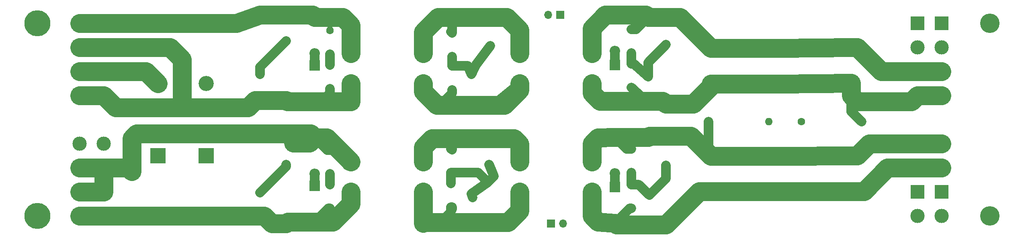
<source format=gbr>
G04 #@! TF.FileFunction,Copper,L1,Top,Signal*
%FSLAX46Y46*%
G04 Gerber Fmt 4.6, Leading zero omitted, Abs format (unit mm)*
G04 Created by KiCad (PCBNEW 4.0.7) date 11/01/20 21:53:34*
%MOMM*%
%LPD*%
G01*
G04 APERTURE LIST*
%ADD10C,0.100000*%
%ADD11R,1.700000X1.700000*%
%ADD12O,1.700000X1.700000*%
%ADD13C,1.600000*%
%ADD14O,1.600000X1.600000*%
%ADD15R,2.400000X2.400000*%
%ADD16C,2.400000*%
%ADD17R,3.200000X3.200000*%
%ADD18O,3.200000X3.200000*%
%ADD19R,2.200000X2.200000*%
%ADD20O,2.200000X2.200000*%
%ADD21C,3.000000*%
%ADD22C,5.500000*%
%ADD23C,4.100000*%
%ADD24R,3.000000X3.000000*%
%ADD25C,4.000000*%
%ADD26C,1.000000*%
%ADD27C,2.000000*%
G04 APERTURE END LIST*
D10*
D11*
X149520000Y-47800000D03*
D12*
X146980000Y-47800000D03*
D13*
X86270000Y-47800000D03*
D14*
X86270000Y-60300000D03*
D13*
X86270000Y-72800000D03*
D14*
X86270000Y-85300000D03*
D13*
X130770000Y-47800000D03*
D14*
X130770000Y-60300000D03*
D13*
X131020000Y-73800000D03*
D14*
X131020000Y-86300000D03*
D13*
X168020000Y-60800000D03*
D14*
X168020000Y-48300000D03*
D13*
X168270000Y-85800000D03*
D14*
X168270000Y-73300000D03*
D15*
X181270000Y-54800000D03*
D16*
X181270000Y-62300000D03*
D15*
X181270000Y-77550000D03*
D16*
X181270000Y-85050000D03*
D15*
X196020000Y-54800000D03*
D16*
X196020000Y-62300000D03*
D15*
X196020000Y-77550000D03*
D16*
X196020000Y-85050000D03*
D15*
X210820000Y-54610000D03*
D16*
X210820000Y-62110000D03*
D15*
X210820000Y-77470000D03*
D16*
X210820000Y-84970000D03*
D17*
X64770000Y-49530000D03*
D18*
X64770000Y-62230000D03*
D17*
X64770000Y-77470000D03*
D18*
X64770000Y-90170000D03*
D17*
X74930000Y-49530000D03*
D18*
X74930000Y-62230000D03*
D17*
X74930000Y-77470000D03*
D18*
X74930000Y-90170000D03*
D19*
X97790000Y-48260000D03*
D20*
X97790000Y-55880000D03*
D19*
X97790000Y-58420000D03*
D20*
X97790000Y-66040000D03*
D19*
X97790000Y-73660000D03*
D20*
X97790000Y-81280000D03*
D19*
X97790000Y-83820000D03*
D20*
X97790000Y-91440000D03*
D19*
X161020000Y-47800000D03*
D20*
X161020000Y-55420000D03*
D19*
X161020000Y-58300000D03*
D20*
X161020000Y-65920000D03*
D19*
X161020000Y-73550000D03*
D20*
X161020000Y-81170000D03*
D19*
X161020000Y-84050000D03*
D20*
X161020000Y-91670000D03*
D21*
X120650000Y-55880000D03*
X105410000Y-55880000D03*
X120650000Y-62230000D03*
X105410000Y-62230000D03*
X120650000Y-78740000D03*
X105410000Y-78740000D03*
X120650000Y-85090000D03*
X105410000Y-85090000D03*
X156210000Y-55880000D03*
X140970000Y-55880000D03*
X156210000Y-62230000D03*
X140970000Y-62230000D03*
X156210000Y-78740000D03*
X140970000Y-78740000D03*
X156210000Y-85090000D03*
X140970000Y-85090000D03*
D22*
X39370000Y-49530000D03*
X39370000Y-90170000D03*
D23*
X240030000Y-49530000D03*
X240030000Y-90170000D03*
D13*
X91770000Y-53300000D03*
D14*
X91770000Y-65800000D03*
D13*
X91770000Y-79300000D03*
D14*
X91770000Y-91800000D03*
D13*
X101020000Y-51050000D03*
X101020000Y-56050000D03*
X101020000Y-76300000D03*
X101020000Y-81300000D03*
X126770000Y-51550000D03*
X126770000Y-56550000D03*
X126520000Y-76050000D03*
X126520000Y-81050000D03*
X164520000Y-50800000D03*
X164520000Y-55800000D03*
X164520000Y-76050000D03*
X164520000Y-81050000D03*
X101020000Y-58300000D03*
X101020000Y-63300000D03*
X101020000Y-83550000D03*
X101020000Y-88550000D03*
X134770000Y-54300000D03*
D14*
X134770000Y-66800000D03*
D13*
X134520000Y-79300000D03*
D14*
X134520000Y-91800000D03*
D13*
X126770000Y-58550000D03*
X126770000Y-63550000D03*
X126520000Y-83300000D03*
X126520000Y-88300000D03*
X171770000Y-66550000D03*
D14*
X171770000Y-54050000D03*
D13*
X171770000Y-92050000D03*
D14*
X171770000Y-79550000D03*
D13*
X164520000Y-58050000D03*
X164520000Y-63050000D03*
X164520000Y-83550000D03*
X164520000Y-88550000D03*
D11*
X147520000Y-91800000D03*
D12*
X150060000Y-91800000D03*
D13*
X200270000Y-70300000D03*
D14*
X212970000Y-70300000D03*
D13*
X180770000Y-70300000D03*
D14*
X193470000Y-70300000D03*
D24*
X53340000Y-54610000D03*
D21*
X53340000Y-49530000D03*
D24*
X48260000Y-54610000D03*
D21*
X48260000Y-49530000D03*
D24*
X53340000Y-64770000D03*
D21*
X53340000Y-59690000D03*
D24*
X48260000Y-64770000D03*
D21*
X48260000Y-59690000D03*
D24*
X53340000Y-80010000D03*
D21*
X53340000Y-74930000D03*
D24*
X48260000Y-80010000D03*
D21*
X48260000Y-74930000D03*
D24*
X53340000Y-90170000D03*
D21*
X53340000Y-85090000D03*
D24*
X48260000Y-90170000D03*
D21*
X48260000Y-85090000D03*
D24*
X224790000Y-59690000D03*
D21*
X224790000Y-64770000D03*
D24*
X229870000Y-59690000D03*
D21*
X229870000Y-64770000D03*
D24*
X224790000Y-85090000D03*
D21*
X224790000Y-90170000D03*
D24*
X229870000Y-85090000D03*
D21*
X229870000Y-90170000D03*
D24*
X224790000Y-49530000D03*
D21*
X224790000Y-54610000D03*
D24*
X229870000Y-49530000D03*
D21*
X229870000Y-54610000D03*
D24*
X224790000Y-74930000D03*
D21*
X224790000Y-80010000D03*
D24*
X229870000Y-74930000D03*
D21*
X229870000Y-80010000D03*
D25*
X53340000Y-49530000D02*
X48260000Y-49530000D01*
D26*
X101020000Y-51050000D02*
X101020000Y-48260000D01*
X101270000Y-48800000D02*
X101270000Y-48260000D01*
X101270000Y-48510000D02*
X101270000Y-48800000D01*
X101020000Y-48260000D02*
X101270000Y-48510000D01*
D25*
X97790000Y-48260000D02*
X101270000Y-48260000D01*
X101270000Y-48260000D02*
X103730000Y-48260000D01*
X105410000Y-49940000D02*
X105410000Y-55880000D01*
X103730000Y-48260000D02*
X105410000Y-49940000D01*
D27*
X105240000Y-56050000D02*
X105410000Y-55880000D01*
D25*
X86270000Y-47800000D02*
X97330000Y-47800000D01*
X97330000Y-47800000D02*
X97790000Y-48260000D01*
X74930000Y-49530000D02*
X81280000Y-49530000D01*
X81280000Y-49530000D02*
X86270000Y-47800000D01*
X64770000Y-49530000D02*
X74930000Y-49530000D01*
X53340000Y-49530000D02*
X64770000Y-49530000D01*
D27*
X86270000Y-60300000D02*
X86270000Y-58800000D01*
X86270000Y-58800000D02*
X91770000Y-53300000D01*
X91770000Y-79300000D02*
X91770000Y-79800000D01*
X91770000Y-79800000D02*
X86270000Y-85300000D01*
X126520000Y-81050000D02*
X132270000Y-81050000D01*
X132270000Y-81050000D02*
X134270000Y-83050000D01*
X134520000Y-79300000D02*
X135520000Y-81800000D01*
X135520000Y-81800000D02*
X134270000Y-83050000D01*
X134270000Y-83050000D02*
X130770000Y-85550000D01*
X130770000Y-85550000D02*
X131020000Y-86300000D01*
X126770000Y-58550000D02*
X130020000Y-58550000D01*
X130020000Y-58550000D02*
X130770000Y-60300000D01*
X130770000Y-60300000D02*
X131770000Y-58300000D01*
X131770000Y-58300000D02*
X134770000Y-54300000D01*
X126770000Y-56550000D02*
X126770000Y-58550000D01*
X101020000Y-56050000D02*
X101020000Y-58300000D01*
X101020000Y-81300000D02*
X101020000Y-83550000D01*
X126520000Y-81050000D02*
X126520000Y-83300000D01*
D25*
X224790000Y-64770000D02*
X229870000Y-64770000D01*
D27*
X210820000Y-62110000D02*
X210820000Y-68150000D01*
X210820000Y-68150000D02*
X212970000Y-70300000D01*
X164520000Y-63050000D02*
X167640000Y-65920000D01*
X169770000Y-66550000D02*
X169770000Y-65920000D01*
X169140000Y-65920000D02*
X169770000Y-66550000D01*
X167640000Y-65920000D02*
X169140000Y-65920000D01*
D25*
X161020000Y-65920000D02*
X169770000Y-65920000D01*
X169770000Y-65920000D02*
X171140000Y-65920000D01*
X171140000Y-65920000D02*
X171770000Y-66550000D01*
X156210000Y-62230000D02*
X156210000Y-64240000D01*
X157890000Y-65920000D02*
X161020000Y-65920000D01*
X156210000Y-64240000D02*
X157890000Y-65920000D01*
X181270000Y-62300000D02*
X181270000Y-62800000D01*
X181270000Y-62800000D02*
X177520000Y-66550000D01*
X177520000Y-66550000D02*
X171770000Y-66550000D01*
X210820000Y-62110000D02*
X210820000Y-64770000D01*
X223520000Y-66040000D02*
X224790000Y-64770000D01*
X212090000Y-66040000D02*
X223520000Y-66040000D01*
X210820000Y-64770000D02*
X212090000Y-66040000D01*
X196020000Y-62300000D02*
X210820000Y-62110000D01*
X181270000Y-62300000D02*
X196020000Y-62300000D01*
X224790000Y-59690000D02*
X229870000Y-59690000D01*
D27*
X164520000Y-50800000D02*
X165520000Y-50800000D01*
X165520000Y-50800000D02*
X168020000Y-48300000D01*
D25*
X168020000Y-48300000D02*
X174770000Y-48300000D01*
X174770000Y-48300000D02*
X181270000Y-54800000D01*
X161020000Y-47800000D02*
X167520000Y-47800000D01*
X167520000Y-47800000D02*
X168020000Y-48300000D01*
X156210000Y-55880000D02*
X156210000Y-50610000D01*
X159020000Y-47800000D02*
X161020000Y-47800000D01*
X156210000Y-50610000D02*
X159020000Y-47800000D01*
X210820000Y-54610000D02*
X212090000Y-54610000D01*
X217170000Y-59690000D02*
X224790000Y-59690000D01*
X212090000Y-54610000D02*
X217170000Y-59690000D01*
X196020000Y-54800000D02*
X210820000Y-54610000D01*
X181270000Y-54800000D02*
X196020000Y-54800000D01*
X224790000Y-80010000D02*
X229870000Y-80010000D01*
X171770000Y-92050000D02*
X161400000Y-92050000D01*
X161400000Y-92050000D02*
X161020000Y-91670000D01*
X181270000Y-85050000D02*
X178770000Y-85050000D01*
X178770000Y-85050000D02*
X171770000Y-92050000D01*
D27*
X164140000Y-88550000D02*
X161020000Y-91670000D01*
D25*
X210820000Y-84970000D02*
X213480000Y-84970000D01*
X213480000Y-84970000D02*
X218440000Y-80010000D01*
X196020000Y-85050000D02*
X210820000Y-84970000D01*
X181270000Y-85050000D02*
X196020000Y-85050000D01*
X156210000Y-85090000D02*
X156210000Y-90170000D01*
X157480000Y-91440000D02*
X161020000Y-91670000D01*
X156210000Y-90170000D02*
X157480000Y-91440000D01*
D27*
X164520000Y-88550000D02*
X164140000Y-88550000D01*
D25*
X218440000Y-80010000D02*
X224790000Y-80010000D01*
X224790000Y-74930000D02*
X229870000Y-74930000D01*
D27*
X180770000Y-70300000D02*
X180770000Y-77050000D01*
X180770000Y-77050000D02*
X181270000Y-77550000D01*
D25*
X168270000Y-73300000D02*
X177020000Y-73300000D01*
X177020000Y-73300000D02*
X181270000Y-77550000D01*
X161020000Y-73550000D02*
X168020000Y-73550000D01*
X168020000Y-73550000D02*
X168270000Y-73300000D01*
D27*
X164520000Y-76050000D02*
X163520000Y-76050000D01*
X163520000Y-76050000D02*
X161020000Y-73550000D01*
D25*
X210820000Y-77470000D02*
X212090000Y-77470000D01*
X214630000Y-74930000D02*
X224790000Y-74930000D01*
X212090000Y-77470000D02*
X214630000Y-74930000D01*
X210820000Y-77470000D02*
X196020000Y-77550000D01*
X196020000Y-77550000D02*
X181270000Y-77550000D01*
X156210000Y-78740000D02*
X156210000Y-74930000D01*
X157480000Y-73660000D02*
X161020000Y-73550000D01*
X156210000Y-74930000D02*
X157480000Y-73660000D01*
X53340000Y-59690000D02*
X48260000Y-59690000D01*
X53340000Y-59690000D02*
X62230000Y-59690000D01*
X62230000Y-59690000D02*
X64770000Y-62230000D01*
D27*
X97790000Y-55880000D02*
X97790000Y-58420000D01*
X97790000Y-81280000D02*
X97790000Y-83820000D01*
X161020000Y-55420000D02*
X161020000Y-58300000D01*
X161020000Y-81170000D02*
X161020000Y-84050000D01*
D25*
X53340000Y-64770000D02*
X48260000Y-64770000D01*
X53340000Y-54610000D02*
X48260000Y-54610000D01*
X91770000Y-65800000D02*
X85270000Y-65800000D01*
X83760000Y-67310000D02*
X69850000Y-67310000D01*
X85270000Y-65800000D02*
X83760000Y-67310000D01*
X97790000Y-66040000D02*
X92010000Y-66040000D01*
X92010000Y-66040000D02*
X91770000Y-65800000D01*
D27*
X101020000Y-63300000D02*
X101020000Y-64300000D01*
X101020000Y-64300000D02*
X99280000Y-66040000D01*
D25*
X99280000Y-66040000D02*
X97790000Y-66040000D01*
X69850000Y-57150000D02*
X69850000Y-66040000D01*
X53340000Y-54610000D02*
X67310000Y-54610000D01*
X67310000Y-54610000D02*
X69850000Y-57150000D01*
X69850000Y-66040000D02*
X69850000Y-67310000D01*
X55880000Y-67310000D02*
X69850000Y-67310000D01*
X53340000Y-64770000D02*
X55880000Y-67310000D01*
X105410000Y-62230000D02*
X105410000Y-66040000D01*
X105410000Y-66040000D02*
X97790000Y-66040000D01*
X53340000Y-90170000D02*
X48260000Y-90170000D01*
X87140000Y-90170000D02*
X74930000Y-90170000D01*
X91770000Y-91800000D02*
X88770000Y-91800000D01*
X88770000Y-91800000D02*
X87140000Y-90170000D01*
X97790000Y-91440000D02*
X92130000Y-91440000D01*
X92130000Y-91440000D02*
X91770000Y-91800000D01*
D27*
X101020000Y-88550000D02*
X100680000Y-88550000D01*
X100680000Y-88550000D02*
X97790000Y-91440000D01*
X104870000Y-84550000D02*
X105410000Y-85090000D01*
D25*
X105410000Y-85090000D02*
X105410000Y-87630000D01*
X101600000Y-91440000D02*
X97790000Y-91440000D01*
X105410000Y-87630000D02*
X101600000Y-91440000D01*
X64770000Y-90170000D02*
X74930000Y-90170000D01*
X53340000Y-90170000D02*
X64770000Y-90170000D01*
X53340000Y-80010000D02*
X48260000Y-80010000D01*
X53340000Y-85090000D02*
X48260000Y-85090000D01*
D27*
X101020000Y-76300000D02*
X100430000Y-76300000D01*
X100430000Y-76300000D02*
X97790000Y-73660000D01*
X104600000Y-79550000D02*
X105410000Y-78740000D01*
D25*
X93270000Y-74800000D02*
X96650000Y-74800000D01*
X96650000Y-74800000D02*
X97790000Y-73660000D01*
X86270000Y-72800000D02*
X96930000Y-72800000D01*
X96930000Y-72800000D02*
X97790000Y-73660000D01*
X86270000Y-72800000D02*
X60270000Y-72800000D01*
X58480000Y-80010000D02*
X53340000Y-80010000D01*
X59270000Y-80800000D02*
X58480000Y-80010000D01*
X59270000Y-73800000D02*
X59270000Y-80800000D01*
X60270000Y-72800000D02*
X59270000Y-73800000D01*
X97790000Y-73660000D02*
X100330000Y-73660000D01*
X100330000Y-73660000D02*
X105410000Y-78740000D01*
X53340000Y-80010000D02*
X53340000Y-85090000D01*
D27*
X130770000Y-47800000D02*
X137770000Y-47800000D01*
X137770000Y-47800000D02*
X140970000Y-51000000D01*
X126770000Y-51550000D02*
X126770000Y-48300000D01*
X126520000Y-48050000D02*
X126520000Y-48300000D01*
X126770000Y-48300000D02*
X126520000Y-48050000D01*
D25*
X120650000Y-55880000D02*
X120650000Y-51420000D01*
X120650000Y-51420000D02*
X123770000Y-48300000D01*
X123770000Y-48300000D02*
X126520000Y-48300000D01*
X140970000Y-51000000D02*
X140970000Y-55880000D01*
X126520000Y-48300000D02*
X138270000Y-48300000D01*
X138270000Y-48300000D02*
X140970000Y-51000000D01*
D27*
X126520000Y-51300000D02*
X126770000Y-51550000D01*
D25*
X131020000Y-73800000D02*
X139770000Y-73800000D01*
X140970000Y-75000000D02*
X140970000Y-78740000D01*
X139770000Y-73800000D02*
X140970000Y-75000000D01*
D27*
X126520000Y-76050000D02*
X126520000Y-73800000D01*
X126270000Y-74050000D02*
X126270000Y-73800000D01*
X126520000Y-73800000D02*
X126270000Y-74050000D01*
D25*
X120650000Y-78740000D02*
X120650000Y-75670000D01*
X122520000Y-73800000D02*
X126270000Y-73800000D01*
X126270000Y-73800000D02*
X131020000Y-73800000D01*
X120650000Y-75670000D02*
X122520000Y-73800000D01*
D27*
X126770000Y-76239271D02*
X126770000Y-75800000D01*
X126770000Y-75800000D02*
X126770000Y-76239271D01*
X134770000Y-66800000D02*
X135400000Y-66800000D01*
X135400000Y-66800000D02*
X140970000Y-62230000D01*
X126770000Y-63550000D02*
X126770000Y-64300000D01*
X126770000Y-64300000D02*
X124270000Y-66800000D01*
D25*
X120650000Y-62230000D02*
X120650000Y-63930000D01*
X123520000Y-66800000D02*
X124270000Y-66800000D01*
X124270000Y-66800000D02*
X134770000Y-66800000D01*
X120650000Y-63930000D02*
X123520000Y-66800000D01*
X140970000Y-62230000D02*
X140970000Y-63600000D01*
X140970000Y-63600000D02*
X137770000Y-66800000D01*
X137770000Y-66800000D02*
X134770000Y-66800000D01*
D27*
X134520000Y-91800000D02*
X138270000Y-91800000D01*
X138270000Y-91800000D02*
X140970000Y-89100000D01*
X126520000Y-88300000D02*
X126520000Y-89300000D01*
X126520000Y-89300000D02*
X124270000Y-91550000D01*
D25*
X120650000Y-85090000D02*
X120650000Y-91680000D01*
X140970000Y-89100000D02*
X140970000Y-85090000D01*
X138520000Y-91550000D02*
X140970000Y-89100000D01*
X120780000Y-91550000D02*
X124270000Y-91550000D01*
X124270000Y-91550000D02*
X138520000Y-91550000D01*
X120650000Y-91680000D02*
X120780000Y-91550000D01*
D27*
X126770000Y-88733511D02*
X126770000Y-88300000D01*
X126770000Y-88300000D02*
X126770000Y-88733511D01*
X164520000Y-58050000D02*
X165020000Y-58050000D01*
X165020000Y-58050000D02*
X168020000Y-60800000D01*
X168020000Y-60800000D02*
X168020000Y-57800000D01*
X168020000Y-57800000D02*
X171770000Y-54050000D01*
X164520000Y-55800000D02*
X164520000Y-58050000D01*
X164520000Y-83550000D02*
X166020000Y-83550000D01*
X166020000Y-83550000D02*
X168270000Y-85800000D01*
X171770000Y-79550000D02*
X171770000Y-82300000D01*
X171770000Y-82300000D02*
X168770000Y-85300000D01*
X168770000Y-85300000D02*
X168270000Y-85800000D01*
X164520000Y-81050000D02*
X164520000Y-83550000D01*
M02*

</source>
